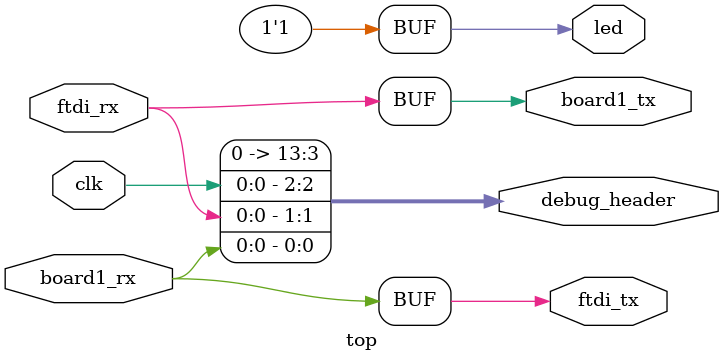
<source format=v>
/*
 * Copyright (c) 2017, Toothless Consulting UG (haftungsbeschraenkt)
 * All rights reserved.
 *
 * Redistribution and use in source and binary forms, with or without
 * modification, are permitted provided that the following conditions are met:
 *
 * + Redistributions of source code must retain the above copyright notice,
 *   this list of conditions and the following disclaimer.
 * + Redistributions in binary form must reproduce the above copyright
 *   notice, this list of conditions and the following disclaimer in the
 *   documentation and/or other materials provided with the distribution.
 * + Neither the name arty-glitcher nor the names of its contributors may be
 *   used to endorse or promote products derived from this software without
 *   specific prior written permission.
 *
 * THIS SOFTWARE IS PROVIDED BY THE COPYRIGHT HOLDERS AND CONTRIBUTORS "AS IS"
 * AND ANY EXPRESS OR IMPLIED WARRANTIES, INCLUDING, BUT NOT LIMITED TO, THE
 * IMPLIED WARRANTIES OF MERCHANTABILITY AND FITNESS FOR A PARTICULAR PURPOSE
 * ARE DISCLAIMED. IN NO EVENT SHALL THE arty-glitcher PROJECT BE LIABLE FOR
 * ANY DIRECT, INDIRECT, INCIDENTAL, SPECIAL, EXEMPLARY, OR CONSEQUENTIAL
 * DAMAGES (INCLUDING, BUT NOT LIMITED TO, PROCUREMENT OF SUBSTITUTE GOODS OR
 * SERVICES; LOSS OF USE, DATA, OR PROFITS; OR BUSINESS INTERRUPTION) HOWEVER
 * CAUSED AND ON ANY THEORY OF LIABILITY, WHETHER IN CONTRACT, STRICT
 * LIABILITY, OR TORT (INCLUDING NEGLIGENCE OR OTHERWISE) ARISING IN ANY WAY
 * OUT OF THE USE OF THIS SOFTWARE, EVEN IF ADVISED OF THE POSSIBILITY OF SUCH
 * DAMAGE.
 *
 * Author: Dmitry Nedospasov <dmitry@toothless.co>
 *
 */

module top
(
    input wire          clk,
    input wire          ftdi_rx,
    output wire         ftdi_tx,
    input wire          board1_rx,
    output wire         board1_tx,
    output reg          led = 1'b1,
    output wire [13:0]  debug_header
);

// Combinatorial logic
assign board1_tx = ftdi_rx;
assign ftdi_tx = board1_rx;
assign debug_header = {11'd0, clk, ftdi_rx, ftdi_tx};

// Module instantiation


always @(posedge clk)
begin
    // Sequential logic

end

endmodule

</source>
